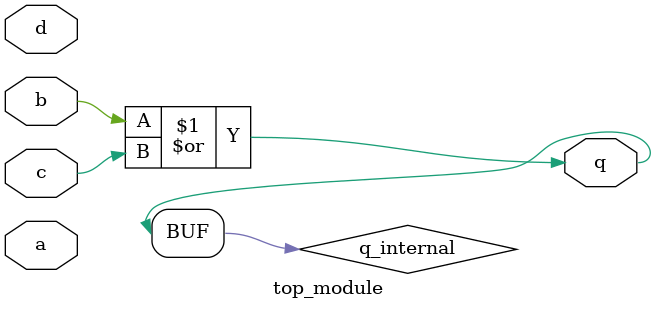
<source format=sv>
module top_module (
	input a, 
	input b, 
	input c, 
	input d,
	output q
);

// Internal signals
wire q_internal;

// Logic gate
assign q_internal = b | c;
assign q = q_internal;

endmodule

</source>
